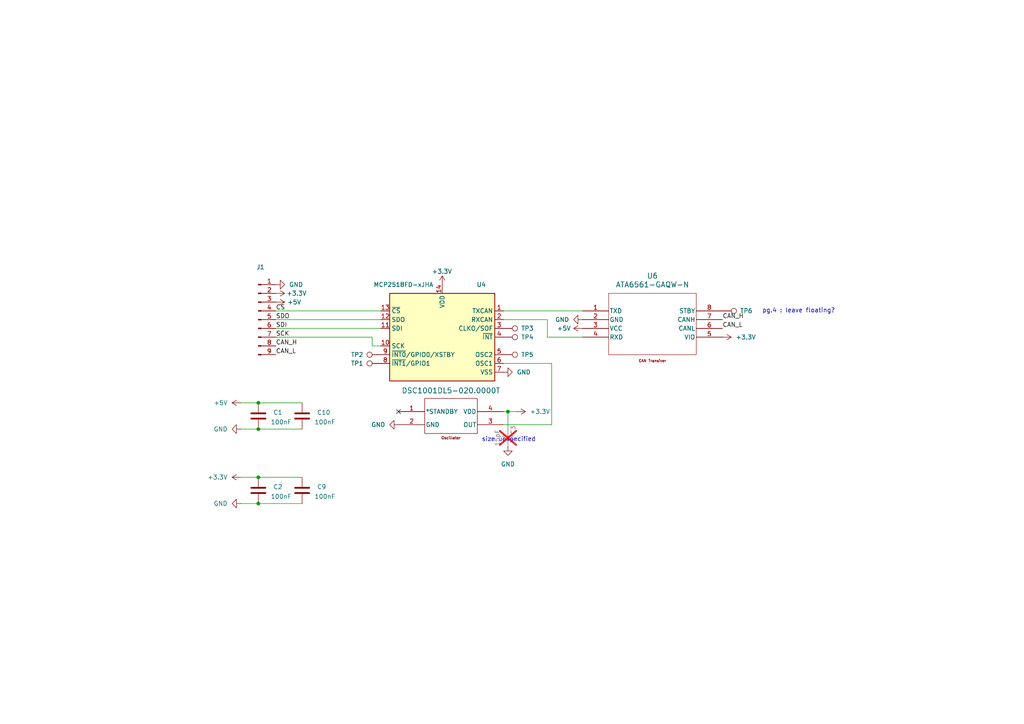
<source format=kicad_sch>
(kicad_sch (version 20250114) (generator "eeschema") (generator_version "9.0")
  (paper "A4")
  (lib_symbols
    (symbol "Connector:Conn_01x09_Pin" (pin_names (offset 1.016) (hide yes))
      (property "Reference" "J" (at 0 12.7 0))
      (property "Value" "Conn_01x09_Pin" (at 0 -12.7 0))
      (symbol "Conn_01x09_Pin_1_1"
        (rectangle (start 0.8636 10.287) (end 0 10.033) (stroke (width 0.1524)) (fill (type outline)))
        (rectangle (start 0.8636 7.747) (end 0 7.493) (stroke (width 0.1524)) (fill (type outline)))
        (rectangle (start 0.8636 5.207) (end 0 4.953) (stroke (width 0.1524)) (fill (type outline)))
        (rectangle (start 0.8636 2.667) (end 0 2.413) (stroke (width 0.1524)) (fill (type outline)))
        (rectangle (start 0.8636 0.127) (end 0 -0.127) (stroke (width 0.1524)) (fill (type outline)))
        (rectangle (start 0.8636 -2.413) (end 0 -2.667) (stroke (width 0.1524)) (fill (type outline)))
        (rectangle (start 0.8636 -4.953) (end 0 -5.207) (stroke (width 0.1524)) (fill (type outline)))
        (rectangle (start 0.8636 -7.493) (end 0 -7.747) (stroke (width 0.1524)) (fill (type outline)))
        (rectangle (start 0.8636 -10.033) (end 0 -10.287) (stroke (width 0.1524)) (fill (type outline)))
        (polyline (pts (xy 1.27 10.16) (xy 0.8636 10.16)) (stroke (width 0.1524)))
        (polyline (pts (xy 1.27 7.62) (xy 0.8636 7.62)) (stroke (width 0.1524)))
        (polyline (pts (xy 1.27 5.08) (xy 0.8636 5.08)) (stroke (width 0.1524)))
        (polyline (pts (xy 1.27 2.54) (xy 0.8636 2.54)) (stroke (width 0.1524)))
        (polyline (pts (xy 1.27 0) (xy 0.8636 0)) (stroke (width 0.1524)))
        (polyline (pts (xy 1.27 -2.54) (xy 0.8636 -2.54)) (stroke (width 0.1524)))
        (polyline (pts (xy 1.27 -5.08) (xy 0.8636 -5.08)) (stroke (width 0.1524)))
        (polyline (pts (xy 1.27 -7.62) (xy 0.8636 -7.62)) (stroke (width 0.1524)))
        (polyline (pts (xy 1.27 -10.16) (xy 0.8636 -10.16)) (stroke (width 0.1524)))
        (pin passive line (at 5.08 10.16 180) (length 3.81) (name "Pin_1") (number "1"))
        (pin passive line (at 5.08 7.62 180) (length 3.81) (name "Pin_2") (number "2"))
        (pin passive line (at 5.08 5.08 180) (length 3.81) (name "Pin_3") (number "3"))
        (pin passive line (at 5.08 2.54 180) (length 3.81) (name "Pin_4") (number "4"))
        (pin passive line (at 5.08 0 180) (length 3.81) (name "Pin_5") (number "5"))
        (pin passive line (at 5.08 -2.54 180) (length 3.81) (name "Pin_6") (number "6"))
        (pin passive line (at 5.08 -5.08 180) (length 3.81) (name "Pin_7") (number "7"))
        (pin passive line (at 5.08 -7.62 180) (length 3.81) (name "Pin_8") (number "8"))
        (pin passive line (at 5.08 -10.16 180) (length 3.81) (name "Pin_9") (number "9"))
      )
    )
    (symbol "Connector:TestPoint" (pin_numbers (hide yes)) (pin_names (offset 0.762) (hide yes))
      (property "Reference" "TP" (at 0 6.858 0))
      (property "Value" "TestPoint" (at 0 5.08 0))
      (symbol "TestPoint_0_1"
        (circle (center 0 3.302) (radius 0.762))
      )
      (symbol "TestPoint_1_1"
        (pin passive line (at 0 0 90) (length 2.54) (name "1") (number "1"))
      )
    )
    (symbol "Device:C" (pin_numbers (hide yes)) (pin_names (offset 0.254))
      (property "Reference" "C" (at 0.635 2.54 0))
      (property "Value" "C" (at 0.635 -2.54 0))
      (symbol "C_0_1"
        (polyline (pts (xy -2.032 0.762) (xy 2.032 0.762)) (stroke (width 0.508)))
        (polyline (pts (xy -2.032 -0.762) (xy 2.032 -0.762)) (stroke (width 0.508)))
      )
      (symbol "C_1_1"
        (pin passive line (at 0 3.81 270) (length 2.794) (name "~") (number "1"))
        (pin passive line (at 0 -3.81 90) (length 2.794) (name "~") (number "2"))
      )
    )
    (symbol "Device:C_Small" (pin_numbers (hide yes)) (pin_names (offset 0.254) (hide yes))
      (property "Reference" "C" (at 0.254 1.778 0))
      (property "Value" "C_Small" (at 0.254 -2.032 0))
      (symbol "C_Small_0_1"
        (polyline (pts (xy -1.524 0.508) (xy 1.524 0.508)) (stroke (width 0.3048)))
        (polyline (pts (xy -1.524 -0.508) (xy 1.524 -0.508)) (stroke (width 0.3302)))
      )
      (symbol "C_Small_1_1"
        (pin passive line (at 0 2.54 270) (length 2.032) (name "~") (number "1"))
        (pin passive line (at 0 -2.54 90) (length 2.032) (name "~") (number "2"))
      )
    )
    (symbol "LV-Sensor-Lib:ATA6561-GAQW-N" (pin_names (offset 0.254))
      (property "Reference" "U" (at 20.32 10.16 0))
      (property "Value" "ATA6561-GAQW-N" (at 20.32 7.62 0))
      (symbol "ATA6561-GAQW-N_0_1"
        (polyline (pts (xy 7.62 5.08) (xy 7.62 -12.7)) (stroke (width 0.127)))
        (polyline (pts (xy 7.62 -12.7) (xy 33.02 -12.7)) (stroke (width 0.127)))
        (polyline (pts (xy 33.02 5.08) (xy 7.62 5.08)) (stroke (width 0.127)))
        (polyline (pts (xy 33.02 -12.7) (xy 33.02 5.08)) (stroke (width 0.127)))
        (pin unspecified line (at 0 0 0) (length 7.62) (name "TXD") (number "1"))
        (pin power_out line (at 0 -2.54 0) (length 7.62) (name "GND") (number "2"))
        (pin power_in line (at 0 -5.08 0) (length 7.62) (name "VCC") (number "3"))
        (pin unspecified line (at 0 -7.62 0) (length 7.62) (name "RXD") (number "4"))
        (pin unspecified line (at 40.64 0 180) (length 7.62) (name "STBY") (number "8"))
        (pin unspecified line (at 40.64 -2.54 180) (length 7.62) (name "CANH") (number "7"))
        (pin unspecified line (at 40.64 -5.08 180) (length 7.62) (name "CANL") (number "6"))
        (pin unspecified line (at 40.64 -7.62 180) (length 7.62) (name "VIO") (number "5"))
      )
      (symbol "ATA6561-GAQW-N_1_1"
        (text "CAN Transiver" (at 20.32 -14.478 0) (effects (font (size 0.762 0.762))))
      )
    )
    (symbol "LV-Sensor-Lib:DSC1001DL5-020.0000T" (pin_names (offset 0.254))
      (property "Value" "DSC1001DL5-020.0000T" (at 0 8.636 0))
      (symbol "DSC1001DL5-020.0000T_0_1"
        (rectangle (start -7.62 5.08) (end 7.62 -5.08))
        (pin input line (at -15.24 1.27 0) (length 7.62) (name "*STANDBY") (number "1"))
        (pin power_out line (at -15.24 -2.54 0) (length 7.62) (name "GND") (number "2"))
        (pin power_in line (at 15.24 1.27 180) (length 7.62) (name "VDD") (number "4"))
        (pin output line (at 15.24 -2.54 180) (length 7.62) (name "OUT") (number "3"))
      )
      (symbol "DSC1001DL5-020.0000T_1_1"
        (text "Oscillator" (at 0 -6.35 0) (effects (font (size 0.762 0.762))))
      )
    )
    (symbol "LV-Sensor-Lib:MCP2517FD-xJHA"
      (property "Reference" "U" (at -12.7 15.24 0))
      (property "Value" "MCP2518FD-xJHA" (at 2.54 15.24 0))
      (symbol "MCP2517FD-xJHA_0_1"
        (rectangle (start -15.24 12.7) (end 15.24 -12.7) (stroke (width 0.254)) (fill (type background)))
      )
      (symbol "MCP2517FD-xJHA_1_1"
        (pin passive line (at -22.86 16.51 90) (length 2.54) (hide yes) (name "VSS") (number "15"))
        (pin output line (at -17.78 7.62 0) (length 2.54) (name "TXCAN") (number "1"))
        (pin input line (at -17.78 5.08 0) (length 2.54) (name "RXCAN") (number "2"))
        (pin output line (at -17.78 2.54 0) (length 2.54) (name "CLKO/SOF") (number "3"))
        (pin output line (at -17.78 0 0) (length 2.54) (name "~{INT}") (number "4"))
        (pin output line (at -17.78 -5.08 0) (length 2.54) (name "OSC2") (number "5"))
        (pin input line (at -17.78 -7.62 0) (length 2.54) (name "OSC1") (number "6"))
        (pin power_in line (at -17.78 -10.16 0) (length 2.54) (name "VSS") (number "7"))
        (pin power_in line (at 0 15.24 270) (length 2.54) (name "VDD") (number "14"))
        (pin input line (at 17.78 7.62 180) (length 2.54) (name "~{CS}") (number "13"))
        (pin output line (at 17.78 5.08 180) (length 2.54) (name "SDO") (number "12"))
        (pin input line (at 17.78 2.54 180) (length 2.54) (name "SDI") (number "11"))
        (pin input line (at 17.78 -2.54 180) (length 2.54) (name "SCK") (number "10"))
        (pin bidirectional line (at 17.78 -5.08 180) (length 2.54) (name "~{INT0}/GPIO0/XSTBY") (number "9"))
        (pin bidirectional line (at 17.78 -7.62 180) (length 2.54) (name "~{INT1}/GPIO1") (number "8"))
      )
    )
    (symbol "power:+3.3V" (power) (pin_numbers (hide yes)) (pin_names (offset 0) (hide yes))
      (property "Value" "+3.3V" (at 0 3.556 0))
      (symbol "+3.3V_0_1"
        (polyline (pts (xy -0.762 1.27) (xy 0 2.54)))
        (polyline (pts (xy 0 2.54) (xy 0.762 1.27)))
        (polyline (pts (xy 0 0) (xy 0 2.54)))
      )
      (symbol "+3.3V_1_1"
        (pin power_in line (at 0 0 90) (length 0) (name "~") (number "1"))
      )
    )
    (symbol "power:+5V" (power) (pin_numbers (hide yes)) (pin_names (offset 0) (hide yes))
      (property "Value" "+5V" (at 0 3.556 0))
      (symbol "+5V_0_1"
        (polyline (pts (xy -0.762 1.27) (xy 0 2.54)))
        (polyline (pts (xy 0 2.54) (xy 0.762 1.27)))
        (polyline (pts (xy 0 0) (xy 0 2.54)))
      )
      (symbol "+5V_1_1"
        (pin power_in line (at 0 0 90) (length 0) (name "~") (number "1"))
      )
    )
    (symbol "power:GND" (power) (pin_numbers (hide yes)) (pin_names (offset 0) (hide yes))
      (property "Value" "GND" (at 0 -3.81 0))
      (symbol "GND_0_1"
        (polyline (pts (xy 0 0) (xy 0 -1.27) (xy 1.27 -1.27) (xy 0 -2.54) (xy -1.27 -1.27) (xy 0 -1.27)))
      )
      (symbol "GND_1_1"
        (pin power_in line (at 0 0 270) (length 0) (name "~") (number "1"))
      )
    )
  )
  (text "size unspecified" (at 147.574 127.508 0) (effects (font (size 1.27 1.27))))
  (text "pg.4 : leave floating?" (at 231.648 90.17 0) (effects (font (size 1.27 1.27))))
  (junction (at 147.32 119.38))
  (junction (at 74.93 138.43))
  (junction (at 74.93 146.05))
  (junction (at 74.93 116.84))
  (junction (at 74.93 124.46))
  (no_connect (at 115.57 119.38))
  (wire (pts (xy 69.85 124.46) (xy 74.93 124.46)))
  (wire (pts (xy 158.75 92.71) (xy 158.75 97.79)))
  (wire (pts (xy 74.93 124.46) (xy 87.63 124.46)))
  (wire (pts (xy 80.01 95.25) (xy 110.49 95.25)))
  (wire (pts (xy 87.63 138.43) (xy 74.93 138.43)))
  (wire (pts (xy 69.85 138.43) (xy 74.93 138.43)))
  (wire (pts (xy 69.85 146.05) (xy 74.93 146.05)))
  (wire (pts (xy 146.05 123.19) (xy 160.02 123.19)))
  (wire (pts (xy 160.02 123.19) (xy 160.02 105.41)))
  (wire (pts (xy 158.75 97.79) (xy 168.91 97.79)))
  (wire (pts (xy 107.95 100.33) (xy 107.95 97.79)))
  (wire (pts (xy 74.93 146.05) (xy 87.63 146.05)))
  (wire (pts (xy 146.05 92.71) (xy 158.75 92.71)))
  (wire (pts (xy 149.86 119.38) (xy 147.32 119.38)))
  (wire (pts (xy 147.32 119.38) (xy 147.32 124.46)))
  (wire (pts (xy 80.01 92.71) (xy 110.49 92.71)))
  (wire (pts (xy 146.05 90.17) (xy 168.91 90.17)))
  (wire (pts (xy 160.02 105.41) (xy 146.05 105.41)))
  (wire (pts (xy 74.93 116.84) (xy 87.63 116.84)))
  (wire (pts (xy 147.32 119.38) (xy 146.05 119.38)))
  (wire (pts (xy 110.49 100.33) (xy 107.95 100.33)))
  (wire (pts (xy 107.95 97.79) (xy 80.01 97.79)))
  (wire (pts (xy 80.01 90.17) (xy 110.49 90.17)))
  (wire (pts (xy 69.85 116.84) (xy 74.93 116.84)))
  (label "SCK" (at 80.01 97.79 0))
  (label "CAN_H" (at 209.55 92.71 0))
  (label "CS" (at 80.01 90.17 0))
  (label "CAN_L" (at 209.55 95.25 0))
  (label "CAN_L" (at 80.01 102.87 0))
  (label "SDO" (at 80.01 92.71 0))
  (label "CAN_H" (at 80.01 100.33 0))
  (label "SDI" (at 80.01 95.25 0))
  (symbol (lib_id "power:+5V") (at 168.91 95.25 90) (unit 1)
    (property "Reference" "#PWR02" (effects (hide yes)))
    (property "Value" "+5V" (at 165.608 95.25 90) (effects (justify left)))
    (property "Description" "Power symbol creates a global label with name \"+5V\"" (effects (hide yes)))
  )
  (symbol (lib_id "power:+3.3V") (at 69.85 138.43 90) (unit 1)
    (property "Reference" "#PWR034" (effects (hide yes)))
    (property "Value" "+3.3V" (at 66.04 138.4299 90) (effects (justify left)))
    (property "Description" "Power symbol creates a global label with name \"+3.3V\"" (effects (hide yes)))
  )
  (symbol (lib_id "Device:C") (at 87.63 120.65 0) (unit 1)
    (property "Reference" "C10" (at 91.948 119.634 0) (effects (justify left)))
    (property "Value" "100nF" (at 91.186 122.428 0) (effects (justify left)))
    (property "Footprint" "Capacitor_SMD:C_1206_3216Metric_Pad1.33x1.80mm_HandSolder" (effects (hide yes)))
    (property "Datasheet" "https://www.mouser.com/datasheet/3/317/1/WTC_MLCC_General_Purpose.pdf" (effects (hide yes)))
    (property "Description" "Unpolarized capacitor" (effects (hide yes)))
    (property "mouser" "https://www.mouser.com/ProductDetail/Walsin/0402B104K100CT?qs=sGAEpiMZZMsh%252B1woXyUXj9Vc%2FsqQGnyVQ%2FVncd6IqtM%3D" (effects (hide yes)))
    (property "specs" "0.1 uF, 10VDC, +/-10%, -55C to +125C" (effects (hide yes)))
    (property "unit x10" "00.04" (effects (hide yes)))
  )
  (symbol (lib_id "Device:C") (at 74.93 120.65 0) (unit 1)
    (property "Reference" "C1" (at 79.248 119.634 0) (effects (justify left)))
    (property "Value" "100nF" (at 78.486 122.428 0) (effects (justify left)))
    (property "Footprint" "Capacitor_SMD:C_1206_3216Metric_Pad1.33x1.80mm_HandSolder" (effects (hide yes)))
    (property "Datasheet" "https://www.mouser.com/datasheet/3/317/1/WTC_MLCC_General_Purpose.pdf" (effects (hide yes)))
    (property "Description" "Unpolarized capacitor" (effects (hide yes)))
    (property "mouser" "https://www.mouser.com/ProductDetail/Walsin/0402B104K100CT?qs=sGAEpiMZZMsh%252B1woXyUXj9Vc%2FsqQGnyVQ%2FVncd6IqtM%3D" (effects (hide yes)))
    (property "specs" "0.1 uF, 10VDC, +/-10%, -55C to +125C" (effects (hide yes)))
    (property "unit x10" "00.04" (effects (hide yes)))
  )
  (symbol (lib_id "power:GND") (at 69.85 124.46 270) (unit 1)
    (property "Reference" "#PWR023" (effects (hide yes)))
    (property "Value" "GND" (at 66.04 124.4599 90) (effects (justify right)))
    (property "Description" "Power symbol creates a global label with name \"GND\" , ground" (effects (hide yes)))
  )
  (symbol (lib_id "power:+3.3V") (at 80.01 85.09 270) (unit 1)
    (property "Reference" "#PWR017" (effects (hide yes)))
    (property "Value" "+3.3V" (at 83.058 85.09 90) (effects (justify left)))
    (property "Description" "Power symbol creates a global label with name \"+3.3V\"" (effects (hide yes)))
  )
  (symbol (lib_id "power:GND") (at 80.01 82.55 90) (unit 1)
    (property "Reference" "#PWR016" (effects (hide yes)))
    (property "Value" "GND" (at 83.82 82.5499 90) (effects (justify right)))
    (property "Description" "Power symbol creates a global label with name \"GND\" , ground" (effects (hide yes)))
  )
  (symbol (lib_id "power:+5V") (at 69.85 116.84 90) (unit 1)
    (property "Reference" "#PWR021" (effects (hide yes)))
    (property "Value" "+5V" (at 66.04 116.8399 90) (effects (justify left)))
    (property "Description" "Power symbol creates a global label with name \"+5V\"" (effects (hide yes)))
  )
  (symbol (lib_id "power:+3.3V") (at 149.86 119.38 270) (unit 1)
    (property "Reference" "#PWR013" (effects (hide yes)))
    (property "Value" "+3.3V" (at 153.67 119.3799 90) (effects (justify left)))
    (property "Description" "Power symbol creates a global label with name \"+3.3V\"" (effects (hide yes)))
  )
  (symbol (lib_id "LV-Sensor-Lib:DSC1001DL5-020.0000T") (at 130.81 120.65 0) (unit 1)
    (property "Reference" "U3" (effects (hide yes)))
    (property "Value" "DSC1001DL5-020.0000T" (at 130.81 113.284 0) (effects (font (size 1.524 1.524))))
    (property "Footprint" "LV-Sensor-Footprints-Lib:CDFN4_2P5X2_MCH" (effects (hide yes)))
    (property "Datasheet" "https://www.mouser.com/datasheet/3/282/1/DSC1001-3-4-1.8V-3.3V-Low-Power-Precision-CMOS-Oscillators-DS20005529.pdf" (effects (hide yes)))
    (property "mouser" "https://www.mouser.com/ProductDetail/Microchip-Technology/DSC1001DL5-020.0000T?qs=sGAEpiMZZMtldj7qu1ydrQKtB%2FjKslkQL1M1bIOLh%2BmufMqMakNaYQ%3D%3D" (effects (hide yes)))
    (property "specs" "20MHz, 10PPM, 1.8-3.3V, -40 to 105C, Load Capacitance 40 pF" (effects (hide yes)))
    (property "unit x1" "14.00" (effects (hide yes)))
  )
  (symbol (lib_id "power:+3.3V") (at 209.55 97.79 270) (unit 1)
    (property "Reference" "#PWR03" (effects (hide yes)))
    (property "Value" "+3.3V" (at 213.36 97.7899 90) (effects (justify left)))
    (property "Description" "Power symbol creates a global label with name \"+3.3V\"" (effects (hide yes)))
  )
  (symbol (lib_id "LV-Sensor-Lib:MCP2517FD-xJHA") (at 128.27 97.79 0) (mirror y) (unit 1)
    (property "Reference" "U4" (at 140.97 82.55 0) (effects (justify left)))
    (property "Value" "MCP2518FD-xJHA" (at 125.73 82.55 0) (effects (justify left)))
    (property "Footprint" "LV-Sensor-Footprints-Lib:MCP2518FDT" (effects (hide yes)))
    (property "Datasheet" "https://ww1.microchip.com/downloads/en/DeviceDoc/MCP2517FD-External-CAN-FD-Controller-with-SPI-Interface-20005688B.pdf" (effects (hide yes)))
    (property "Description" "External CAN FD Controller with SPI Interface, VDFN-14" (effects (hide yes)))
    (property "mouser" "https://www.mouser.com/ProductDetail/Microchip-Technology/MCP2518FDT-E-SL?qs=T3oQrply3y%2F7g%2BYAgK9Bdg%3D%3D" (effects (hide yes)))
    (property "specs" "Can FD Standalone Controller, 8Mb/s, 2.7V to 5.5V,- 40C to 125C" (effects (hide yes)))
    (property "unit x10" "19.60" (effects (hide yes)))
  )
  (symbol (lib_id "Connector:TestPoint") (at 110.49 105.41 90) (unit 1)
    (property "Reference" "TP1" (at 105.41 105.41 90) (effects (justify left)))
    (property "Value" "TestPoint" (effects (hide yes)))
    (property "Footprint" "Connector_Pin:Pin_D1.0mm_L10.0mm" (effects (hide yes)))
    (property "Description" "test point" (effects (hide yes)))
  )
  (symbol (lib_id "power:GND") (at 69.85 146.05 270) (unit 1)
    (property "Reference" "#PWR029" (effects (hide yes)))
    (property "Value" "GND" (at 66.04 146.0499 90) (effects (justify right)))
    (property "Description" "Power symbol creates a global label with name \"GND\" , ground" (effects (hide yes)))
  )
  (symbol (lib_id "Device:C_Small") (at 147.32 127 0) (unit 1) (dnp yes)
    (property "Reference" "C3" (at 148.844 124.714 90))
    (property "Value" "15pF" (at 144.272 127 90))
    (property "Footprint" "Capacitor_SMD:C_1206_3216Metric_Pad1.33x1.80mm_HandSolder" (effects (hide yes)))
    (property "Datasheet" "https://www.mouser.com/datasheet/3/317/1/WTC_MLCC_General_Purpose.pdf" (effects (hide yes)))
    (property "Description" "Unpolarized capacitor, small symbol" (effects (hide yes)))
    (property "mouser" "https://www.mouser.com/ProductDetail/Walsin/1206N150F500CT?qs=ZrPdAQfJ6DPoVzlTiooFTg%3D%3D" (effects (hide yes)))
    (property "specs" "15 pF, 50 VDC, +/-1%, -55C to +125C" (effects (hide yes)))
    (property "unit x10" "00.23" (effects (hide yes)))
  )
  (symbol (lib_id "power:GND") (at 146.05 107.95 90) (unit 1)
    (property "Reference" "#PWR033" (effects (hide yes)))
    (property "Value" "GND" (at 149.86 107.9499 90) (effects (justify right)))
    (property "Description" "Power symbol creates a global label with name \"GND\" , ground" (effects (hide yes)))
  )
  (symbol (lib_id "Connector:TestPoint") (at 146.05 97.79 270) (unit 1)
    (property "Reference" "TP4" (at 151.13 97.79 90) (effects (justify left)))
    (property "Value" "TestPoint" (effects (hide yes)))
    (property "Footprint" "Connector_Pin:Pin_D1.0mm_L10.0mm" (effects (hide yes)))
    (property "Description" "test point" (effects (hide yes)))
  )
  (symbol (lib_id "power:GND") (at 147.32 129.54 0) (unit 1)
    (property "Reference" "#PWR022" (effects (hide yes)))
    (property "Value" "GND" (at 147.32 134.62 0))
    (property "Description" "Power symbol creates a global label with name \"GND\" , ground" (effects (hide yes)))
  )
  (symbol (lib_id "Connector:Conn_01x09_Pin") (at 74.93 92.71 0) (unit 1)
    (property "Reference" "J1" (at 75.565 77.47 0))
    (property "Value" "Conn_01x09_Pin" (effects (hide yes)))
    (property "Footprint" "Connector_PinHeader_2.54mm:PinHeader_1x09_P2.54mm_Vertical" (effects (hide yes)))
    (property "Description" "Generic connector, single row, 01x09, script generated" (effects (hide yes)))
  )
  (symbol (lib_id "Connector:TestPoint") (at 146.05 102.87 270) (unit 1)
    (property "Reference" "TP5" (at 151.13 102.87 90) (effects (justify left)))
    (property "Value" "TestPoint" (effects (hide yes)))
    (property "Footprint" "Connector_Pin:Pin_D1.0mm_L10.0mm" (effects (hide yes)))
    (property "Description" "test point" (effects (hide yes)))
  )
  (symbol (lib_id "power:GND") (at 168.91 92.71 270) (unit 1)
    (property "Reference" "#PWR01" (effects (hide yes)))
    (property "Value" "GND" (at 165.1 92.7099 90) (effects (justify right)))
    (property "Description" "Power symbol creates a global label with name \"GND\" , ground" (effects (hide yes)))
  )
  (symbol (lib_id "LV-Sensor-Lib:ATA6561-GAQW-N") (at 168.91 90.17 0) (unit 1)
    (property "Reference" "U6" (at 189.23 80.01 0) (effects (font (size 1.524 1.524))))
    (property "Value" "ATA6561-GAQW-N" (at 189.23 82.55 0) (effects (font (size 1.524 1.524))))
    (property "Footprint" "LV-Sensor-Footprints-Lib:SOIC8_4P9X3P9MC_MCH" (effects (hide yes)))
    (property "Datasheet" "https://www.mouser.com/datasheet/3/282/1/20005991B.pdf" (effects (hide yes)))
    (property "mouser" "https://www.mouser.com/ProductDetail/Microchip-Technology/ATA6561-GAQW-N?qs=y6ZabgHbY%252BwGbm2JCZMHKQ%3D%3D" (effects (hide yes)))
    (property "specs" "5Mb/s, 1 Driver /1 Receiver, 4.5V - 5.5V,50mA Operating Current, -40C to+150C" (effects (hide yes)))
    (property "unit x10" "04.80" (effects (hide yes)))
  )
  (symbol (lib_id "power:GND") (at 115.57 123.19 270) (unit 1)
    (property "Reference" "#PWR019" (effects (hide yes)))
    (property "Value" "GND" (at 111.76 123.1899 90) (effects (justify right)))
    (property "Description" "Power symbol creates a global label with name \"GND\" , ground" (effects (hide yes)))
  )
  (symbol (lib_id "power:+5V") (at 80.01 87.63 270) (unit 1)
    (property "Reference" "#PWR018" (effects (hide yes)))
    (property "Value" "+5V" (at 83.312 87.63 90) (effects (justify left)))
    (property "Description" "Power symbol creates a global label with name \"+5V\"" (effects (hide yes)))
  )
  (symbol (lib_id "Connector:TestPoint") (at 209.55 90.17 270) (unit 1)
    (property "Reference" "TP6" (at 214.63 90.17 90) (effects (justify left)))
    (property "Value" "TestPoint" (effects (hide yes)))
    (property "Footprint" "Connector_Pin:Pin_D1.0mm_L10.0mm" (effects (hide yes)))
    (property "Description" "test point" (effects (hide yes)))
  )
  (symbol (lib_id "Device:C") (at 87.63 142.24 0) (unit 1)
    (property "Reference" "C9" (at 91.948 141.224 0) (effects (justify left)))
    (property "Value" "100nF" (at 91.186 144.018 0) (effects (justify left)))
    (property "Footprint" "Capacitor_SMD:C_1206_3216Metric_Pad1.33x1.80mm_HandSolder" (effects (hide yes)))
    (property "Datasheet" "https://www.mouser.com/datasheet/3/317/1/WTC_MLCC_General_Purpose.pdf" (effects (hide yes)))
    (property "Description" "Unpolarized capacitor" (effects (hide yes)))
    (property "mouser" "https://www.mouser.com/ProductDetail/Walsin/0402B104K100CT?qs=sGAEpiMZZMsh%252B1woXyUXj9Vc%2FsqQGnyVQ%2FVncd6IqtM%3D" (effects (hide yes)))
    (property "specs" "0.1 uF, 10VDC, +/-10%, -55C to +125C" (effects (hide yes)))
    (property "unit x10" "00.04" (effects (hide yes)))
  )
  (symbol (lib_id "power:+3.3V") (at 128.27 82.55 0) (unit 1)
    (property "Reference" "#PWR020" (effects (hide yes)))
    (property "Value" "+3.3V" (at 125.222 78.74 0) (effects (justify left)))
    (property "Description" "Power symbol creates a global label with name \"+3.3V\"" (effects (hide yes)))
  )
  (symbol (lib_id "Connector:TestPoint") (at 146.05 95.25 270) (unit 1)
    (property "Reference" "TP3" (at 151.13 95.25 90) (effects (justify left)))
    (property "Value" "TestPoint" (effects (hide yes)))
    (property "Footprint" "Connector_Pin:Pin_D1.0mm_L10.0mm" (effects (hide yes)))
    (property "Description" "test point" (effects (hide yes)))
  )
  (symbol (lib_id "Connector:TestPoint") (at 110.49 102.87 90) (unit 1)
    (property "Reference" "TP2" (at 105.41 102.87 90) (effects (justify left)))
    (property "Value" "TestPoint" (effects (hide yes)))
    (property "Footprint" "Connector_Pin:Pin_D1.0mm_L10.0mm" (effects (hide yes)))
    (property "Description" "test point" (effects (hide yes)))
  )
  (symbol (lib_id "Device:C") (at 74.93 142.24 0) (unit 1)
    (property "Reference" "C2" (at 79.248 141.224 0) (effects (justify left)))
    (property "Value" "100nF" (at 78.486 144.018 0) (effects (justify left)))
    (property "Footprint" "Capacitor_SMD:C_1206_3216Metric_Pad1.33x1.80mm_HandSolder" (effects (hide yes)))
    (property "Datasheet" "https://www.mouser.com/datasheet/3/317/1/WTC_MLCC_General_Purpose.pdf" (effects (hide yes)))
    (property "Description" "Unpolarized capacitor" (effects (hide yes)))
    (property "mouser" "https://www.mouser.com/ProductDetail/Walsin/0402B104K100CT?qs=sGAEpiMZZMsh%252B1woXyUXj9Vc%2FsqQGnyVQ%2FVncd6IqtM%3D" (effects (hide yes)))
    (property "specs" "0.1 uF, 10VDC, +/-10%, -55C to +125C" (effects (hide yes)))
    (property "unit x10" "00.04" (effects (hide yes)))
  )
)
</source>
